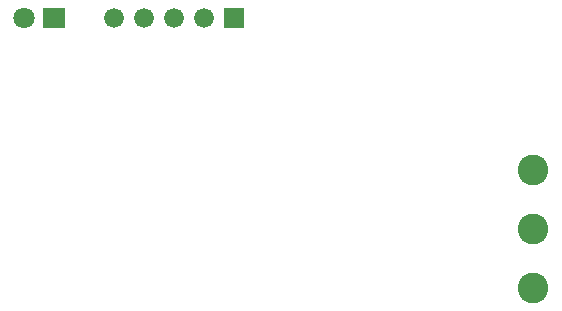
<source format=gbs>
G04 Layer: BottomSolderMaskLayer*
G04 EasyEDA v6.5.43, 2024-08-21 00:37:48*
G04 cb6e2e9fbd21486d88ae5690d2d3dc00,10*
G04 Gerber Generator version 0.2*
G04 Scale: 100 percent, Rotated: No, Reflected: No *
G04 Dimensions in millimeters *
G04 leading zeros omitted , absolute positions ,4 integer and 5 decimal *
%FSLAX45Y45*%
%MOMM*%

%AMMACRO1*4,1,8,-0.8085,-0.8382,-0.8382,-0.8082,-0.8382,0.8085,-0.8085,0.8382,0.8082,0.8382,0.8382,0.8085,0.8382,-0.8082,0.8082,-0.8382,-0.8085,-0.8382,0*%
%AMMACRO2*4,1,8,-0.8711,-0.8382,-0.9008,-0.8082,-0.9008,0.8085,-0.8711,0.8382,0.8708,0.8382,0.9008,0.8085,0.9008,-0.8082,0.8708,-0.8382,-0.8711,-0.8382,0*%
%ADD10C,1.6764*%
%ADD11MACRO1*%
%ADD12MACRO2*%
%ADD13C,1.8016*%
%ADD14C,2.6016*%

%LPD*%
D10*
G01*
X1524000Y3822700D03*
G01*
X1778000Y3822700D03*
G01*
X2032000Y3822700D03*
G01*
X2286000Y3822700D03*
D11*
G01*
X2540000Y3822700D03*
D12*
G01*
X1016012Y3822700D03*
D13*
G01*
X762000Y3822700D03*
D14*
G01*
X5071872Y2032000D03*
G01*
X5071872Y2531871D03*
G01*
X5071872Y1531873D03*
M02*

</source>
